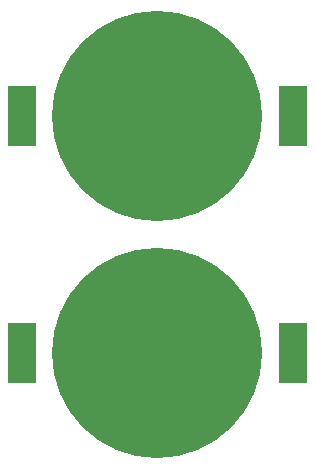
<source format=gbr>
%TF.GenerationSoftware,KiCad,Pcbnew,8.0.1*%
%TF.CreationDate,2024-04-19T02:30:16-04:00*%
%TF.ProjectId,hello-my-name-is,68656c6c-6f2d-46d7-992d-6e616d652d69,rev?*%
%TF.SameCoordinates,Original*%
%TF.FileFunction,Paste,Bot*%
%TF.FilePolarity,Positive*%
%FSLAX46Y46*%
G04 Gerber Fmt 4.6, Leading zero omitted, Abs format (unit mm)*
G04 Created by KiCad (PCBNEW 8.0.1) date 2024-04-19 02:30:16*
%MOMM*%
%LPD*%
G01*
G04 APERTURE LIST*
%ADD10R,2.489200X5.105400*%
%ADD11C,17.805000*%
G04 APERTURE END LIST*
D10*
%TO.C,B2*%
X140550000Y-93500000D03*
D11*
X152000000Y-93500000D03*
D10*
X163450000Y-93500000D03*
%TD*%
%TO.C,B1*%
X140550000Y-113500000D03*
D11*
X152000000Y-113500000D03*
D10*
X163450000Y-113500000D03*
%TD*%
M02*

</source>
